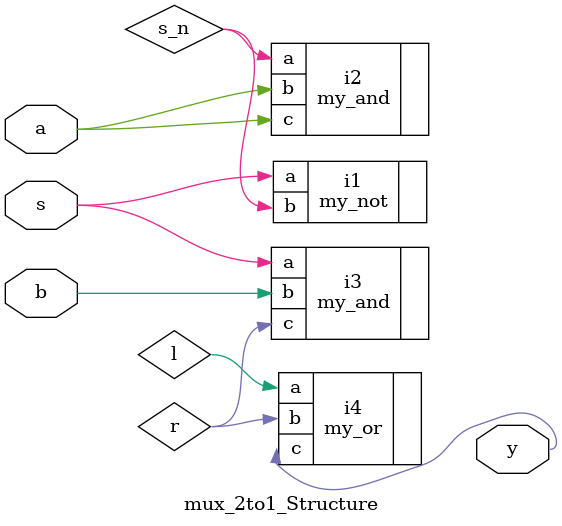
<source format=v>
module mux_2to1_Structure(a, b, s, y);
    input a, b, s;
    output y;
    wire l, r, s_n;
    my_not i1(.a(s), .b(s_n));
    my_and i2 (.a(s_n), .b(a), .c(a));
    my_and i3 (.a(s), .b(b), .c(r));
    my_or i4 (.a(l), .b(r), .c(y));
endmodule

</source>
